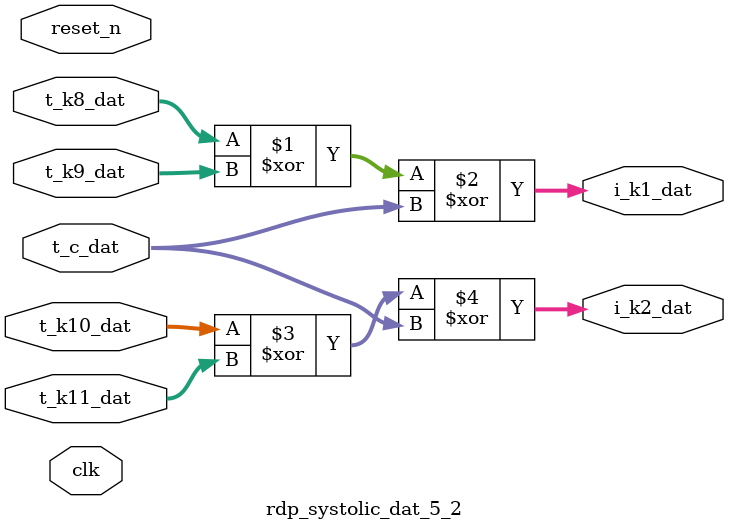
<source format=v>
module rdp_systolic_dat_5_2 (

    input        [511:0] t_k8_dat,

    input        [511:0] t_k9_dat,

    input        [511:0] t_k10_dat,

    input        [511:0] t_k11_dat,

    input        [511:0] t_c_dat,


    output wire [511:0] i_k1_dat,

    output wire [511:0] i_k2_dat,

    input  clk, reset_n
);

// data
assign i_k1_dat = t_k8_dat ^ t_k9_dat ^ t_c_dat;
assign i_k2_dat = t_k10_dat ^ t_k11_dat ^ t_c_dat;

endmodule

</source>
